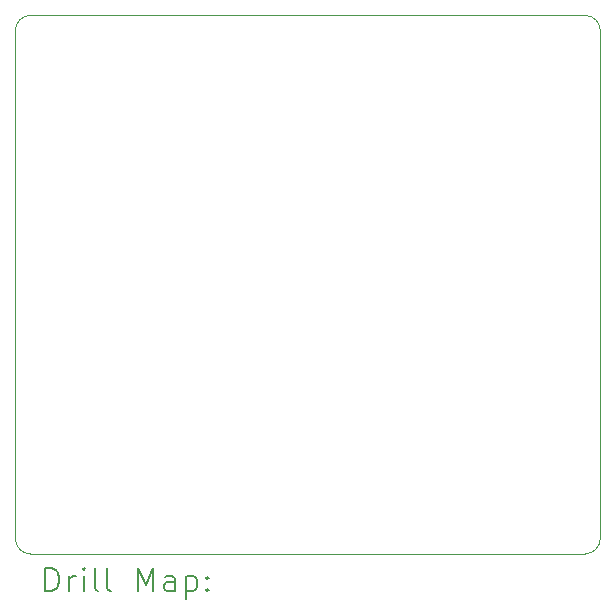
<source format=gbr>
%TF.GenerationSoftware,KiCad,Pcbnew,7.0.5*%
%TF.CreationDate,2024-09-25T00:19:19+08:00*%
%TF.ProjectId,TPS,5450532e-6b69-4636-9164-5f7063625858,rev?*%
%TF.SameCoordinates,Original*%
%TF.FileFunction,Drillmap*%
%TF.FilePolarity,Positive*%
%FSLAX45Y45*%
G04 Gerber Fmt 4.5, Leading zero omitted, Abs format (unit mm)*
G04 Created by KiCad (PCBNEW 7.0.5) date 2024-09-25 00:19:19*
%MOMM*%
%LPD*%
G01*
G04 APERTURE LIST*
%ADD10C,0.120000*%
%ADD11C,0.200000*%
G04 APERTURE END LIST*
D10*
X8670500Y-2900000D02*
X3973100Y-2900000D01*
X3846100Y-7331600D02*
G75*
G03*
X3973100Y-7458600I127000J0D01*
G01*
X3973100Y-2900000D02*
G75*
G03*
X3846100Y-3027000I0J-127000D01*
G01*
X8797500Y-7331600D02*
X8797500Y-3027000D01*
X8670500Y-7458600D02*
X3973100Y-7458600D01*
X3846100Y-3027000D02*
X3846100Y-7331600D01*
X8670500Y-7458600D02*
G75*
G03*
X8797500Y-7331600I0J127000D01*
G01*
X8797500Y-3027000D02*
G75*
G03*
X8670500Y-2900000I-127000J0D01*
G01*
D11*
X4100877Y-7776084D02*
X4100877Y-7576084D01*
X4100877Y-7576084D02*
X4148496Y-7576084D01*
X4148496Y-7576084D02*
X4177067Y-7585608D01*
X4177067Y-7585608D02*
X4196115Y-7604655D01*
X4196115Y-7604655D02*
X4205639Y-7623703D01*
X4205639Y-7623703D02*
X4215163Y-7661798D01*
X4215163Y-7661798D02*
X4215163Y-7690369D01*
X4215163Y-7690369D02*
X4205639Y-7728465D01*
X4205639Y-7728465D02*
X4196115Y-7747512D01*
X4196115Y-7747512D02*
X4177067Y-7766560D01*
X4177067Y-7766560D02*
X4148496Y-7776084D01*
X4148496Y-7776084D02*
X4100877Y-7776084D01*
X4300877Y-7776084D02*
X4300877Y-7642750D01*
X4300877Y-7680846D02*
X4310401Y-7661798D01*
X4310401Y-7661798D02*
X4319924Y-7652274D01*
X4319924Y-7652274D02*
X4338972Y-7642750D01*
X4338972Y-7642750D02*
X4358020Y-7642750D01*
X4424686Y-7776084D02*
X4424686Y-7642750D01*
X4424686Y-7576084D02*
X4415163Y-7585608D01*
X4415163Y-7585608D02*
X4424686Y-7595131D01*
X4424686Y-7595131D02*
X4434210Y-7585608D01*
X4434210Y-7585608D02*
X4424686Y-7576084D01*
X4424686Y-7576084D02*
X4424686Y-7595131D01*
X4548496Y-7776084D02*
X4529448Y-7766560D01*
X4529448Y-7766560D02*
X4519924Y-7747512D01*
X4519924Y-7747512D02*
X4519924Y-7576084D01*
X4653258Y-7776084D02*
X4634210Y-7766560D01*
X4634210Y-7766560D02*
X4624686Y-7747512D01*
X4624686Y-7747512D02*
X4624686Y-7576084D01*
X4881829Y-7776084D02*
X4881829Y-7576084D01*
X4881829Y-7576084D02*
X4948496Y-7718941D01*
X4948496Y-7718941D02*
X5015163Y-7576084D01*
X5015163Y-7576084D02*
X5015163Y-7776084D01*
X5196115Y-7776084D02*
X5196115Y-7671322D01*
X5196115Y-7671322D02*
X5186591Y-7652274D01*
X5186591Y-7652274D02*
X5167544Y-7642750D01*
X5167544Y-7642750D02*
X5129448Y-7642750D01*
X5129448Y-7642750D02*
X5110401Y-7652274D01*
X5196115Y-7766560D02*
X5177067Y-7776084D01*
X5177067Y-7776084D02*
X5129448Y-7776084D01*
X5129448Y-7776084D02*
X5110401Y-7766560D01*
X5110401Y-7766560D02*
X5100877Y-7747512D01*
X5100877Y-7747512D02*
X5100877Y-7728465D01*
X5100877Y-7728465D02*
X5110401Y-7709417D01*
X5110401Y-7709417D02*
X5129448Y-7699893D01*
X5129448Y-7699893D02*
X5177067Y-7699893D01*
X5177067Y-7699893D02*
X5196115Y-7690369D01*
X5291353Y-7642750D02*
X5291353Y-7842750D01*
X5291353Y-7652274D02*
X5310401Y-7642750D01*
X5310401Y-7642750D02*
X5348496Y-7642750D01*
X5348496Y-7642750D02*
X5367544Y-7652274D01*
X5367544Y-7652274D02*
X5377067Y-7661798D01*
X5377067Y-7661798D02*
X5386591Y-7680846D01*
X5386591Y-7680846D02*
X5386591Y-7737988D01*
X5386591Y-7737988D02*
X5377067Y-7757036D01*
X5377067Y-7757036D02*
X5367544Y-7766560D01*
X5367544Y-7766560D02*
X5348496Y-7776084D01*
X5348496Y-7776084D02*
X5310401Y-7776084D01*
X5310401Y-7776084D02*
X5291353Y-7766560D01*
X5472305Y-7757036D02*
X5481829Y-7766560D01*
X5481829Y-7766560D02*
X5472305Y-7776084D01*
X5472305Y-7776084D02*
X5462782Y-7766560D01*
X5462782Y-7766560D02*
X5472305Y-7757036D01*
X5472305Y-7757036D02*
X5472305Y-7776084D01*
X5472305Y-7652274D02*
X5481829Y-7661798D01*
X5481829Y-7661798D02*
X5472305Y-7671322D01*
X5472305Y-7671322D02*
X5462782Y-7661798D01*
X5462782Y-7661798D02*
X5472305Y-7652274D01*
X5472305Y-7652274D02*
X5472305Y-7671322D01*
M02*

</source>
